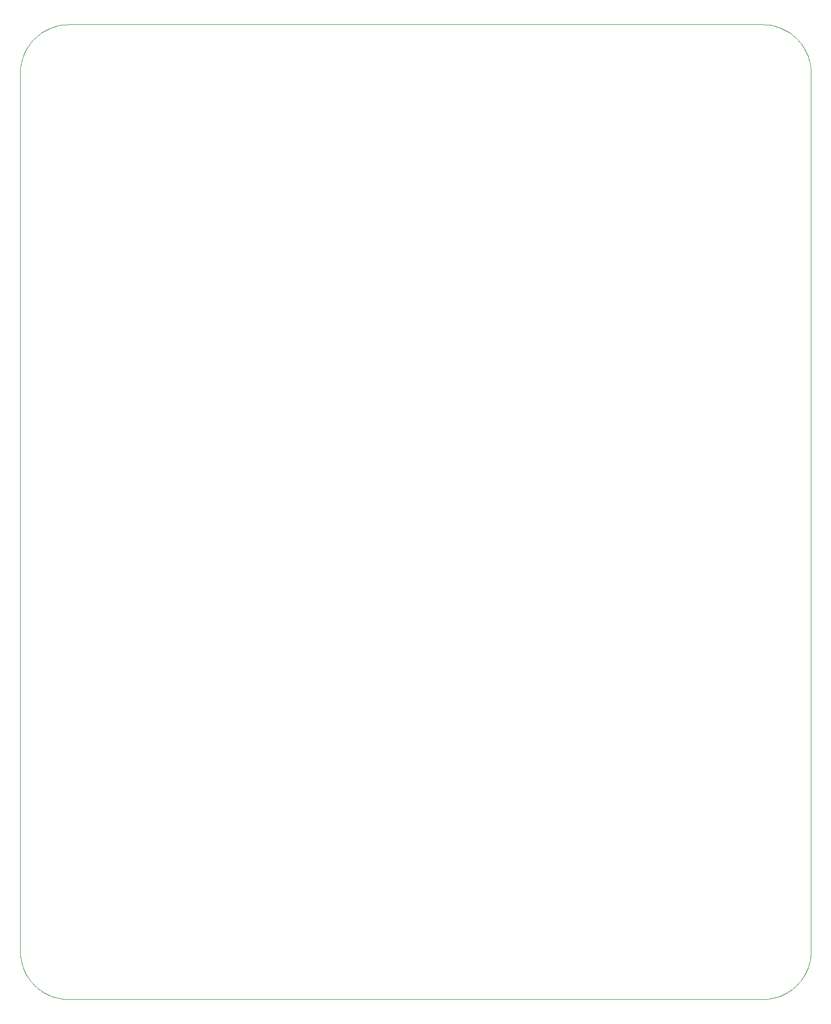
<source format=gm1>
G04 #@! TF.GenerationSoftware,KiCad,Pcbnew,(5.1.5-0-10_14)*
G04 #@! TF.CreationDate,2019-12-22T16:06:01+01:00*
G04 #@! TF.ProjectId,hackerspacesnl,6861636b-6572-4737-9061-6365736e6c2e,rev?*
G04 #@! TF.SameCoordinates,Original*
G04 #@! TF.FileFunction,Profile,NP*
%FSLAX46Y46*%
G04 Gerber Fmt 4.6, Leading zero omitted, Abs format (unit mm)*
G04 Created by KiCad (PCBNEW (5.1.5-0-10_14)) date 2019-12-22 16:06:01*
%MOMM*%
%LPD*%
G04 APERTURE LIST*
%ADD10C,0.100000*%
G04 APERTURE END LIST*
D10*
X40208662Y-28885278D02*
X40208662Y-28885278D01*
X40208662Y-28885278D02*
X40208662Y-28885278D01*
X39797361Y-28895616D02*
X40208662Y-28885278D01*
X39391596Y-28926302D02*
X39797361Y-28895616D01*
X38991860Y-28976841D02*
X39391596Y-28926302D01*
X38598647Y-29046741D02*
X38991860Y-28976841D01*
X38212450Y-29135508D02*
X38598647Y-29046741D01*
X37833762Y-29242648D02*
X38212450Y-29135508D01*
X37463077Y-29367668D02*
X37833762Y-29242648D01*
X37100887Y-29510073D02*
X37463077Y-29367668D01*
X36747685Y-29669371D02*
X37100887Y-29510073D01*
X36403966Y-29845068D02*
X36747685Y-29669371D01*
X36070222Y-30036671D02*
X36403966Y-29845068D01*
X35746947Y-30243685D02*
X36070222Y-30036671D01*
X35434633Y-30465617D02*
X35746947Y-30243685D01*
X35133774Y-30701974D02*
X35434633Y-30465617D01*
X34844864Y-30952261D02*
X35133774Y-30701974D01*
X34568394Y-31215987D02*
X34844864Y-30952261D01*
X34304859Y-31492656D02*
X34568394Y-31215987D01*
X34054752Y-31781775D02*
X34304859Y-31492656D01*
X33818566Y-32082852D02*
X34054752Y-31781775D01*
X33596794Y-32395391D02*
X33818566Y-32082852D01*
X33389929Y-32718900D02*
X33596794Y-32395391D01*
X33198465Y-33052885D02*
X33389929Y-32718900D01*
X33022895Y-33396852D02*
X33198465Y-33052885D01*
X32863712Y-33750309D02*
X33022895Y-33396852D01*
X32721409Y-34112760D02*
X32863712Y-33750309D01*
X32596480Y-34483714D02*
X32721409Y-34112760D01*
X32489418Y-34862675D02*
X32596480Y-34483714D01*
X32400715Y-35249151D02*
X32489418Y-34862675D01*
X32330865Y-35642648D02*
X32400715Y-35249151D01*
X32280362Y-36042673D02*
X32330865Y-35642648D01*
X32249699Y-36448731D02*
X32280362Y-36042673D01*
X32239368Y-36860330D02*
X32249699Y-36448731D01*
X32239368Y-180411265D02*
X32239368Y-36860330D01*
X32249699Y-180822863D02*
X32239368Y-180411265D01*
X32280362Y-181228922D02*
X32249699Y-180822863D01*
X32330865Y-181628946D02*
X32280362Y-181228922D01*
X32400715Y-182022443D02*
X32330865Y-181628946D01*
X32489418Y-182408920D02*
X32400715Y-182022443D01*
X32596480Y-182787881D02*
X32489418Y-182408920D01*
X32721409Y-183158834D02*
X32596480Y-182787881D01*
X32863712Y-183521286D02*
X32721409Y-183158834D01*
X33022895Y-183874742D02*
X32863712Y-183521286D01*
X33198465Y-184218709D02*
X33022895Y-183874742D01*
X33389929Y-184552694D02*
X33198465Y-184218709D01*
X33596794Y-184876203D02*
X33389929Y-184552694D01*
X33818566Y-185188743D02*
X33596794Y-184876203D01*
X34054752Y-185489819D02*
X33818566Y-185188743D01*
X34304859Y-185778938D02*
X34054752Y-185489819D01*
X34568394Y-186055607D02*
X34304859Y-185778938D01*
X34844864Y-186319332D02*
X34568394Y-186055607D01*
X35133774Y-186569620D02*
X34844864Y-186319332D01*
X35434633Y-186805977D02*
X35133774Y-186569620D01*
X35746947Y-187027909D02*
X35434633Y-186805977D01*
X36070222Y-187234923D02*
X35746947Y-187027909D01*
X36403966Y-187426525D02*
X36070222Y-187234923D01*
X36747685Y-187602222D02*
X36403966Y-187426525D01*
X37100887Y-187761520D02*
X36747685Y-187602222D01*
X37463077Y-187903925D02*
X37100887Y-187761520D01*
X37833762Y-188028945D02*
X37463077Y-187903925D01*
X38212450Y-188136084D02*
X37833762Y-188028945D01*
X38598647Y-188224851D02*
X38212450Y-188136084D01*
X38991860Y-188294751D02*
X38598647Y-188224851D01*
X39391596Y-188345291D02*
X38991860Y-188294751D01*
X39797361Y-188375976D02*
X39391596Y-188345291D01*
X40208662Y-188386315D02*
X39797361Y-188375976D01*
X153771122Y-188386315D02*
X40208662Y-188386315D01*
X154182424Y-188375976D02*
X153771122Y-188386315D01*
X154588189Y-188345291D02*
X154182424Y-188375976D01*
X154987925Y-188294751D02*
X154588189Y-188345291D01*
X155381138Y-188224851D02*
X154987925Y-188294751D01*
X155767335Y-188136084D02*
X155381138Y-188224851D01*
X156146024Y-188028945D02*
X155767335Y-188136084D01*
X156516709Y-187903925D02*
X156146024Y-188028945D01*
X156878899Y-187761520D02*
X156516709Y-187903925D01*
X157232101Y-187602222D02*
X156878899Y-187761520D01*
X157575820Y-187426525D02*
X157232101Y-187602222D01*
X157909564Y-187234923D02*
X157575820Y-187426525D01*
X158232840Y-187027909D02*
X157909564Y-187234923D01*
X158545154Y-186805977D02*
X158232840Y-187027909D01*
X158846013Y-186569620D02*
X158545154Y-186805977D01*
X159134924Y-186319332D02*
X158846013Y-186569620D01*
X159411394Y-186055607D02*
X159134924Y-186319332D01*
X159674929Y-185778938D02*
X159411394Y-186055607D01*
X159925036Y-185489819D02*
X159674929Y-185778938D01*
X160161223Y-185188743D02*
X159925036Y-185489819D01*
X160382995Y-184876203D02*
X160161223Y-185188743D01*
X160589860Y-184552694D02*
X160382995Y-184876203D01*
X160781324Y-184218709D02*
X160589860Y-184552694D01*
X160956894Y-183874742D02*
X160781324Y-184218709D01*
X161116077Y-183521286D02*
X160956894Y-183874742D01*
X161258380Y-183158834D02*
X161116077Y-183521286D01*
X161383310Y-182787881D02*
X161258380Y-183158834D01*
X161490372Y-182408920D02*
X161383310Y-182787881D01*
X161579075Y-182022443D02*
X161490372Y-182408920D01*
X161648925Y-181628946D02*
X161579075Y-182022443D01*
X161699428Y-181228922D02*
X161648925Y-181628946D01*
X161730092Y-180822863D02*
X161699428Y-181228922D01*
X161740422Y-180411265D02*
X161730092Y-180822863D01*
X161740422Y-36860330D02*
X161740422Y-180411265D01*
X161730092Y-36448731D02*
X161740422Y-36860330D01*
X161699428Y-36042673D02*
X161730092Y-36448731D01*
X161648925Y-35642648D02*
X161699428Y-36042673D01*
X161579075Y-35249151D02*
X161648925Y-35642648D01*
X161490372Y-34862675D02*
X161579075Y-35249151D01*
X161383310Y-34483714D02*
X161490372Y-34862675D01*
X161258380Y-34112760D02*
X161383310Y-34483714D01*
X161116077Y-33750309D02*
X161258380Y-34112760D01*
X160956894Y-33396852D02*
X161116077Y-33750309D01*
X160781324Y-33052885D02*
X160956894Y-33396852D01*
X160589860Y-32718900D02*
X160781324Y-33052885D01*
X160382995Y-32395391D02*
X160589860Y-32718900D01*
X160161223Y-32082852D02*
X160382995Y-32395391D01*
X159925036Y-31781775D02*
X160161223Y-32082852D01*
X159674929Y-31492656D02*
X159925036Y-31781775D01*
X159411394Y-31215987D02*
X159674929Y-31492656D01*
X159134924Y-30952261D02*
X159411394Y-31215987D01*
X158846013Y-30701974D02*
X159134924Y-30952261D01*
X158545154Y-30465617D02*
X158846013Y-30701974D01*
X158232840Y-30243685D02*
X158545154Y-30465617D01*
X157909564Y-30036671D02*
X158232840Y-30243685D01*
X157575820Y-29845068D02*
X157909564Y-30036671D01*
X157232101Y-29669371D02*
X157575820Y-29845068D01*
X156878899Y-29510073D02*
X157232101Y-29669371D01*
X156516709Y-29367668D02*
X156878899Y-29510073D01*
X156146024Y-29242648D02*
X156516709Y-29367668D01*
X155767335Y-29135508D02*
X156146024Y-29242648D01*
X155381138Y-29046741D02*
X155767335Y-29135508D01*
X154987925Y-28976841D02*
X155381138Y-29046741D01*
X154588189Y-28926302D02*
X154987925Y-28976841D01*
X154182424Y-28895616D02*
X154588189Y-28926302D01*
X153771122Y-28885278D02*
X154182424Y-28895616D01*
X40208662Y-28885278D02*
X153771122Y-28885278D01*
M02*

</source>
